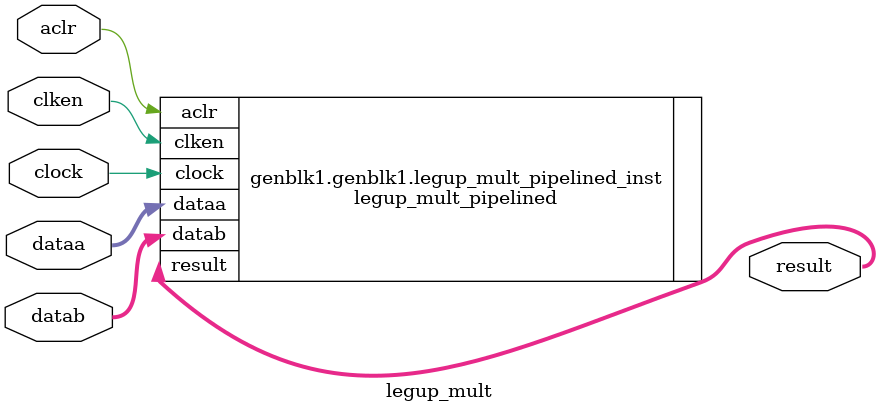
<source format=v>
`timescale 1ns / 1ns
module legup_mult # (
  parameter widtha = 32,
  parameter widthb = 32,
  parameter widthp = 64,
  parameter pipeline = 3,
  parameter representation = "UNSIGNED",
  parameter pipeline_stallable = 0 
) (
  input clock,
  input aclr,
  input clken,
  input [widtha-1:0] dataa,
  input [widthb-1:0] datab,
  output [widthp-1:0] result
);

generate 
if (pipeline == 0) begin
  // If the number of pipeline stages is 0, 
  // instantiate the combinational multiplier
  legup_mult_core legup_mult_core_inst(
      .dataa(dataa),
      .datab(datab),
      .result(result) 
  );
  defparam legup_mult_core_inst.widtha = widtha;
  defparam legup_mult_core_inst.widthb = widthb;
  defparam legup_mult_core_inst.widthp = widthp;
  defparam legup_mult_core_inst.representation = representation;

end else if (pipeline_stallable == 0) begin
  // If the datapath that uses the multiplier is not a pipeline or 
  // is a pipeline but is not stallable, or if the number of pipeline stages
  // is 1 or less,
  // simply instantiate the normal multiplier
  legup_mult_pipelined legup_mult_pipelined_inst(
      .clock(clock),
      .aclr(aclr),
      .clken(clken),
      .dataa(dataa),
      .datab(datab),
      .result(result) 
  );
  defparam legup_mult_pipelined_inst.widtha = widtha;
  defparam legup_mult_pipelined_inst.widthb = widthb;
  defparam legup_mult_pipelined_inst.widthp = widthp;
  defparam legup_mult_pipelined_inst.pipeline = pipeline;
  defparam legup_mult_pipelined_inst.representation = representation;

end 
endgenerate

endmodule


</source>
